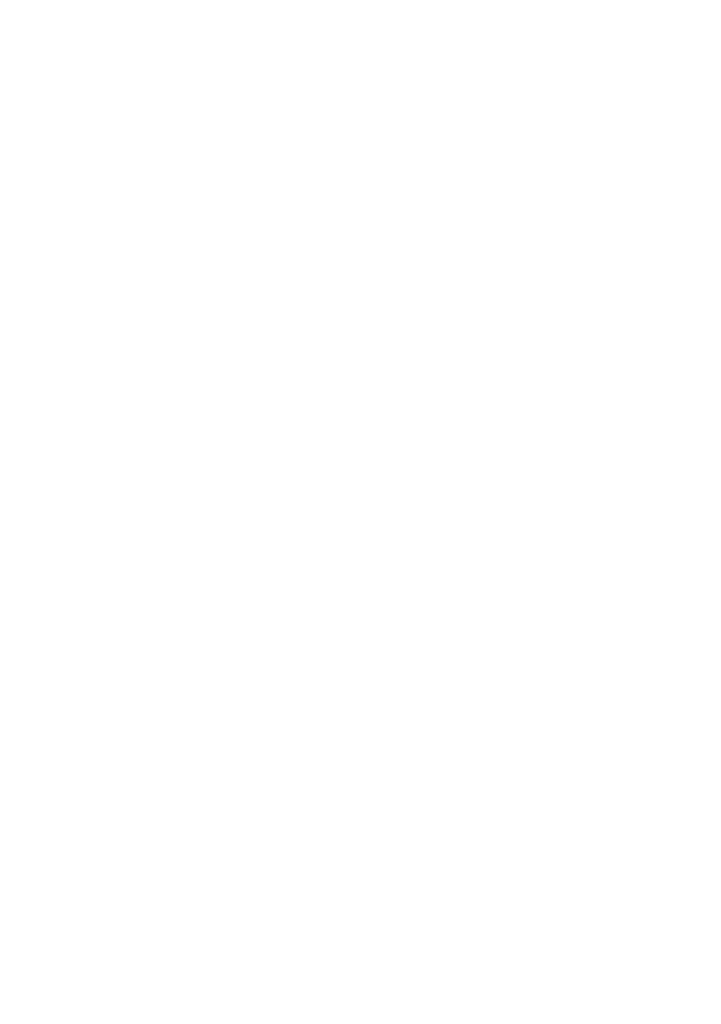
<source format=kicad_sch>
(kicad_sch (version 20211123) (generator eeschema)
  (paper "A5" portrait)
  (title_block (title "MSX BUS IDC") (date "2022-12-14") (rev "1.0") (company "RCC") (comment 2 "Does not do any voltage conversion - Do not connect to a real MSX.") (comment 3 "To be used with FPGA MSX Clones Zemmix / 1ChipMSX)") (comment 4 "Expose the MSX Bus over an IDC Connector."))
  (lib_symbols)
)
</source>
